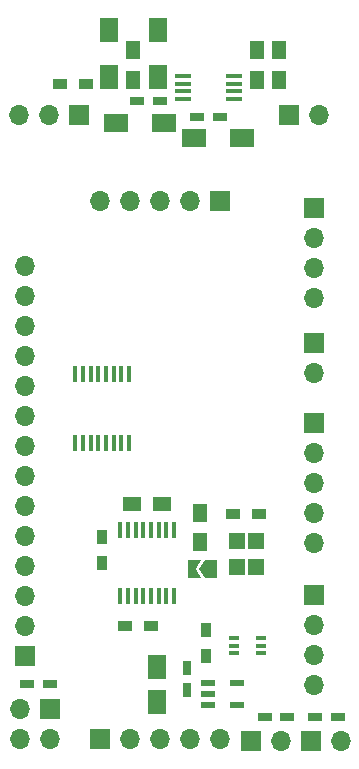
<source format=gts>
G04 #@! TF.GenerationSoftware,KiCad,Pcbnew,(5.1.6-0-10_14)*
G04 #@! TF.CreationDate,2021-04-28T04:51:18+09:00*
G04 #@! TF.ProjectId,qPCR-panel_20210427,71504352-2d70-4616-9e65-6c5f32303231,rev?*
G04 #@! TF.SameCoordinates,Original*
G04 #@! TF.FileFunction,Soldermask,Top*
G04 #@! TF.FilePolarity,Negative*
%FSLAX46Y46*%
G04 Gerber Fmt 4.6, Leading zero omitted, Abs format (unit mm)*
G04 Created by KiCad (PCBNEW (5.1.6-0-10_14)) date 2021-04-28 04:51:18*
%MOMM*%
%LPD*%
G01*
G04 APERTURE LIST*
%ADD10R,1.470000X0.400000*%
%ADD11R,1.250000X1.500000*%
%ADD12R,1.200000X0.750000*%
%ADD13R,2.000000X1.600000*%
%ADD14R,1.600000X2.000000*%
%ADD15R,1.200000X0.900000*%
%ADD16O,1.700000X1.700000*%
%ADD17R,1.700000X1.700000*%
%ADD18R,0.355600X1.473200*%
%ADD19R,1.500000X1.250000*%
%ADD20R,0.750000X1.200000*%
%ADD21R,0.900000X1.200000*%
%ADD22R,1.270000X0.508000*%
%ADD23R,0.850001X0.399999*%
%ADD24R,1.400000X1.400000*%
%ADD25C,0.100000*%
%ADD26R,1.500000X1.500000*%
G04 APERTURE END LIST*
D10*
X121450000Y-72375000D03*
X121450000Y-71725000D03*
X121450000Y-71075000D03*
X121450000Y-70425000D03*
X117150000Y-70425000D03*
X117150000Y-71075000D03*
X117150000Y-71725000D03*
X117150000Y-72375000D03*
D11*
X125300000Y-68250000D03*
X125300000Y-70750000D03*
X123400000Y-70750000D03*
X123400000Y-68250000D03*
D12*
X118350000Y-73900000D03*
X120250000Y-73900000D03*
D13*
X118100000Y-75700000D03*
X122100000Y-75700000D03*
D12*
X115150000Y-72500000D03*
X113250000Y-72500000D03*
D13*
X115500000Y-74400000D03*
X111500000Y-74400000D03*
D14*
X110900000Y-66500000D03*
X110900000Y-70500000D03*
D11*
X112900000Y-68250000D03*
X112900000Y-70750000D03*
D14*
X115000000Y-70500000D03*
X115000000Y-66500000D03*
D15*
X106700000Y-71100000D03*
X108900000Y-71100000D03*
D16*
X103220000Y-73700000D03*
X105760000Y-73700000D03*
D17*
X108300000Y-73700000D03*
X126080000Y-73700000D03*
D16*
X128620000Y-73700000D03*
D18*
X112574999Y-101481000D03*
X111924998Y-101481000D03*
X111274999Y-101481000D03*
X110624998Y-101481000D03*
X109974999Y-101481000D03*
X109325001Y-101481000D03*
X108674999Y-101481000D03*
X108025001Y-101481000D03*
X108025001Y-95639000D03*
X108675002Y-95639000D03*
X109325001Y-95639000D03*
X109975002Y-95639000D03*
X110625001Y-95639000D03*
X111274999Y-95639000D03*
X111925001Y-95639000D03*
X112574999Y-95639000D03*
D19*
X115350000Y-106660000D03*
X112850000Y-106660000D03*
D12*
X130250000Y-124660000D03*
X128350000Y-124660000D03*
X103950000Y-121860000D03*
X105850000Y-121860000D03*
X125950000Y-124660000D03*
X124050000Y-124660000D03*
D20*
X117500000Y-120510000D03*
X117500000Y-122410000D03*
D21*
X110300000Y-111660000D03*
X110300000Y-109460000D03*
D15*
X112200000Y-116960000D03*
X114400000Y-116960000D03*
X123600000Y-107460000D03*
X121400000Y-107460000D03*
D18*
X116374999Y-114479400D03*
X115724998Y-114479400D03*
X115074999Y-114479400D03*
X114424998Y-114479400D03*
X113774999Y-114479400D03*
X113125001Y-114479400D03*
X112474999Y-114479400D03*
X111825001Y-114479400D03*
X111825001Y-108840600D03*
X112475002Y-108840600D03*
X113125001Y-108840600D03*
X113775002Y-108840600D03*
X114425001Y-108840600D03*
X115074999Y-108840600D03*
X115725001Y-108840600D03*
X116374999Y-108840600D03*
D16*
X103730000Y-86540000D03*
X103730000Y-89080000D03*
X103730000Y-91620000D03*
X103730000Y-94160000D03*
X103730000Y-96700000D03*
X103730000Y-99240000D03*
X103730000Y-101780000D03*
X103730000Y-104320000D03*
X103730000Y-106860000D03*
X103730000Y-109400000D03*
X103730000Y-111940000D03*
X103730000Y-114480000D03*
X103730000Y-117020000D03*
D17*
X103730000Y-119560000D03*
X127980000Y-126690000D03*
D16*
X130520000Y-126690000D03*
X103360000Y-126560000D03*
X103360000Y-124020000D03*
X105900000Y-126560000D03*
D17*
X105900000Y-124020000D03*
D11*
X118600000Y-109910000D03*
X118600000Y-107410000D03*
D16*
X128200000Y-109920000D03*
X128200000Y-107380000D03*
X128200000Y-104840000D03*
X128200000Y-102300000D03*
D17*
X128200000Y-99760000D03*
D16*
X128200000Y-95600000D03*
D17*
X128200000Y-93060000D03*
D16*
X128200000Y-121980000D03*
X128200000Y-119440000D03*
X128200000Y-116900000D03*
D17*
X128200000Y-114360000D03*
D16*
X120298000Y-126560000D03*
X117758000Y-126560000D03*
X115218000Y-126560000D03*
X112678000Y-126560000D03*
D17*
X110138000Y-126560000D03*
X120298000Y-81000000D03*
D16*
X117758000Y-81000000D03*
X115218000Y-81000000D03*
X112678000Y-81000000D03*
X110138000Y-81000000D03*
D17*
X122900000Y-126690000D03*
D16*
X125440000Y-126690000D03*
D22*
X121719200Y-121809999D03*
X121719200Y-123710001D03*
X119280800Y-123710001D03*
X119280800Y-122760000D03*
X119280800Y-121809999D03*
D23*
X121475001Y-118009999D03*
X121475001Y-118660000D03*
X121475001Y-119309999D03*
X123725002Y-119309999D03*
X123725002Y-118660000D03*
X123725002Y-118009999D03*
D24*
X121700000Y-109760000D03*
X121700000Y-111960000D03*
X123300000Y-111960000D03*
X123300000Y-109760000D03*
D25*
G36*
X117550000Y-111410000D02*
G01*
X118700000Y-111410000D01*
X118200000Y-112160000D01*
X118700000Y-112910000D01*
X117550000Y-112910000D01*
X117550000Y-111410000D01*
G37*
G36*
X118500000Y-112160000D02*
G01*
X119000000Y-111410000D01*
X120000000Y-111410000D01*
X120000000Y-112910000D01*
X119000000Y-112910000D01*
X118500000Y-112160000D01*
G37*
D21*
X119100000Y-119560000D03*
X119100000Y-117360000D03*
D16*
X128200000Y-89180000D03*
X128200000Y-86640000D03*
X128200000Y-84100000D03*
D17*
X128200000Y-81560000D03*
D26*
X114950000Y-120740000D03*
X114950000Y-123140000D03*
D25*
G36*
X114950000Y-122940000D02*
G01*
X115700000Y-123440000D01*
X115700000Y-124440000D01*
X114200000Y-124440000D01*
X114200000Y-123440000D01*
X114950000Y-122940000D01*
G37*
G36*
X114950000Y-120940000D02*
G01*
X114200000Y-120440000D01*
X114200000Y-119440000D01*
X115700000Y-119440000D01*
X115700000Y-120440000D01*
X114950000Y-120940000D01*
G37*
M02*

</source>
